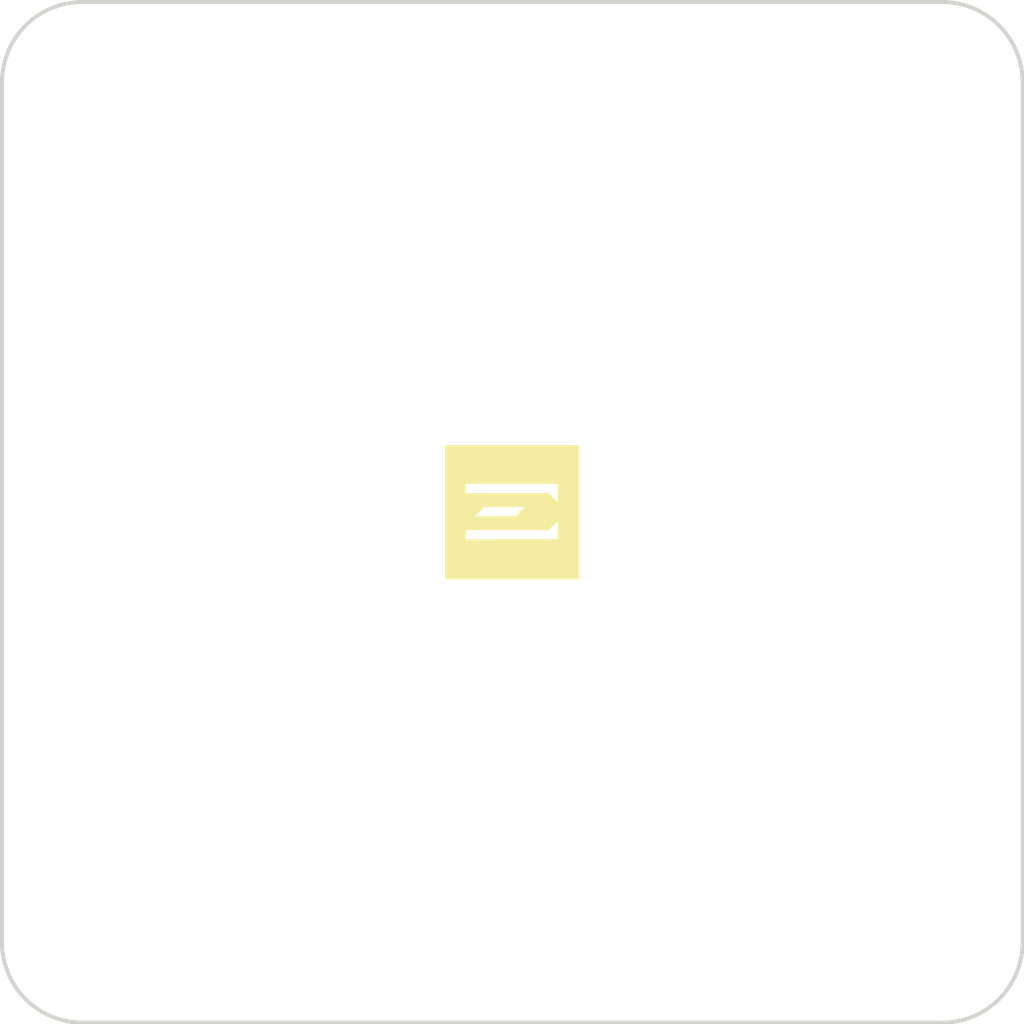
<source format=kicad_pcb>

            
(kicad_pcb (version 20171130) (host pcbnew 5.1.6)

  (page A3)
  (title_block
    (title ergogen)
    (rev 2024.03.25)
    (company "Travis Hardiman")
  )

  (general
    (thickness 1.6)
  )

  (layers
    (0 F.Cu signal)
    (31 B.Cu signal)
    (32 B.Adhes user)
    (33 F.Adhes user)
    (34 B.Paste user)
    (35 F.Paste user)
    (36 B.SilkS user)
    (37 F.SilkS user)
    (38 B.Mask user)
    (39 F.Mask user)
    (40 Dwgs.User user)
    (41 Cmts.User user)
    (42 Eco1.User user)
    (43 Eco2.User user)
    (44 Edge.Cuts user)
    (45 Margin user)
    (46 B.CrtYd user)
    (47 F.CrtYd user)
    (48 B.Fab user)
    (49 F.Fab user)
  )

  (setup
    (last_trace_width 0.25)
    (trace_clearance 0.2)
    (zone_clearance 0.508)
    (zone_45_only no)
    (trace_min 0.2)
    (via_size 0.8)
    (via_drill 0.4)
    (via_min_size 0.4)
    (via_min_drill 0.3)
    (uvia_size 0.3)
    (uvia_drill 0.1)
    (uvias_allowed no)
    (uvia_min_size 0.2)
    (uvia_min_drill 0.1)
    (edge_width 0.05)
    (segment_width 0.2)
    (pcb_text_width 0.3)
    (pcb_text_size 1.5 1.5)
    (mod_edge_width 0.12)
    (mod_text_size 1 1)
    (mod_text_width 0.15)
    (pad_size 1.524 1.524)
    (pad_drill 0.762)
    (pad_to_mask_clearance 0.05)
    (aux_axis_origin 0 0)
    (visible_elements FFFFFF7F)
    (pcbplotparams
      (layerselection 0x010fc_ffffffff)
      (usegerberextensions false)
      (usegerberattributes true)
      (usegerberadvancedattributes true)
      (creategerberjobfile true)
      (excludeedgelayer true)
      (linewidth 0.100000)
      (plotframeref false)
      (viasonmask false)
      (mode 1)
      (useauxorigin false)
      (hpglpennumber 1)
      (hpglpenspeed 20)
      (hpglpendiameter 15.000000)
      (psnegative false)
      (psa4output false)
      (plotreference true)
      (plotvalue true)
      (plotinvisibletext false)
      (padsonsilk false)
      (subtractmaskfromsilk false)
      (outputformat 1)
      (mirror false)
      (drillshape 1)
      (scaleselection 1)
      (outputdirectory ""))
  )

            (net 0 "")
            
  (net_class Default "This is the default net class."
    (clearance 0.2)
    (trace_width 0.25)
    (via_dia 0.8)
    (via_drill 0.4)
    (uvia_dia 0.3)
    (uvia_drill 0.1)
    (add_net "")
  )

            
    (module "travis:ergogen" (layer "F.Cu") (tedit 0)
    (at 0 0 0)
    (attr virtual)
    (fp_text reference "LOGO1" (at 4.572 0 0) (layer "F.SilkS") hide
      (effects (font (size 1 1) (thickness 0.1)))
    )
    (fp_poly (pts (xy 2.501231 0) (xy 2.501231 2.501231) (xy 0 2.501231) (xy -2.50123 2.501231) (xy -2.50123 1.013088)
      (xy -1.738355 1.013088) (xy -0.021885 1.009917) (xy 1.694584 1.006746) (xy 1.697905 0.662827) (xy 1.701225 0.318907)
      (xy 1.52891 0.490867) (xy 1.356594 0.662827) (xy -0.19088 0.662827) (xy -1.738355 0.662827) (xy -1.738355 0.837957)
      (xy -1.738355 1.013088) (xy -2.50123 1.013088) (xy -2.50123 0.150074) (xy -1.394101 0.150074) (xy -0.637478 0.150074)
      (xy 0.119144 0.150074) (xy 0.293895 -0.025012) (xy 0.468646 -0.200098) (xy -0.287976 -0.200098) (xy -1.044599 -0.200098)
      (xy -1.21935 -0.025012) (xy -1.394101 0.150074) (xy -2.50123 0.150074) (xy -2.50123 0) (xy -2.50123 -1.063023)
      (xy -1.738355 -1.063023) (xy -1.738355 -0.887937) (xy -1.738355 -0.71285) (xy -0.190545 -0.71285) (xy 1.357266 -0.71285)
      (xy 1.525751 -0.544017) (xy 1.578342 -0.491483) (xy 1.624575 -0.445614) (xy 1.661679 -0.409133) (xy 1.686885 -0.384763)
      (xy 1.697422 -0.375226) (xy 1.697537 -0.375184) (xy 1.698399 -0.387158) (xy 1.699177 -0.420952) (xy 1.69984 -0.473372)
      (xy 1.700359 -0.541225) (xy 1.700701 -0.62132) (xy 1.700836 -0.710463) (xy 1.700837 -0.719103) (xy 1.700837 -1.063023)
      (xy -0.018759 -1.063023) (xy -1.738355 -1.063023) (xy -2.50123 -1.063023) (xy -2.50123 -2.50123) (xy 0 -2.50123)
      (xy 2.501231 -2.50123)) (layer "F.SilkS") (width 0.01)
    )
  )
            (gr_line (start -19.05 16.05) (end -19.05 -16.05) (angle 90) (layer Edge.Cuts) (width 0.15))
(gr_line (start -16.05 -19.05) (end 16.05 -19.05) (angle 90) (layer Edge.Cuts) (width 0.15))
(gr_line (start 19.05 -16.05) (end 19.05 16.05) (angle 90) (layer Edge.Cuts) (width 0.15))
(gr_line (start 16.05 19.05) (end -16.05 19.05) (angle 90) (layer Edge.Cuts) (width 0.15))
(gr_arc (start -16.05 -16.05) (end -16.05 -19.05) (angle -90) (layer Edge.Cuts) (width 0.15))
(gr_arc (start 16.05 -16.05) (end 19.05 -16.05) (angle -90) (layer Edge.Cuts) (width 0.15))
(gr_arc (start 16.05 16.05) (end 16.05 19.05) (angle -90) (layer Edge.Cuts) (width 0.15))
(gr_arc (start -16.05 16.05) (end -19.05 16.05) (angle -90) (layer Edge.Cuts) (width 0.15))
            
)

        
</source>
